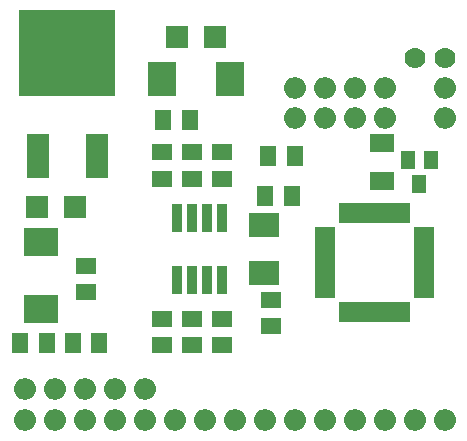
<source format=gbr>
G04 GENERATED BY PULSONIX 7.6 GERBER.DLL 5220*
%INSTM100_V2*%
%LNSOLDER MASK TOP*%
%FSLAX35Y35*%
%IPPOS*%
%LPD*%
%OFA0B0*%
%MOMM*%
%ADD92R,1.85400X1.85400*%
%ADD93R,1.75400X1.45400*%
%ADD94R,1.45400X1.75400*%
%ADD95R,1.75514X0.55372*%
%ADD96R,0.55372X1.75514*%
%ADD97R,2.95400X2.45400*%
%ADD98R,1.24460X1.57480*%
%ADD99C,1.77800*%
%ADD100R,1.85400X3.75400*%
%ADD101R,8.25400X7.25400*%
%ADD102R,2.45400X2.95400*%
%ADD103O,1.85400X1.85400*%
%ADD104O,1.85400X1.85400*%
%ADD107R,2.03200X1.52400*%
%ADD136R,0.85400X2.45400*%
%ADD255R,2.65400X2.15400*%
X0Y0D02*
D02*
D92*
X442011Y2211121D03*
X763480Y2212361D03*
X1625000Y3652119D03*
X1946469Y3653359D03*
D02*
D93*
X858240Y1490490D03*
Y1717990D03*
X1498240Y1042490D03*
Y1269990D03*
Y2450490D03*
Y2677990D03*
X1754240Y1042490D03*
Y1269990D03*
Y2450490D03*
Y2677990D03*
X2010240Y1042490D03*
Y1269990D03*
Y2450490D03*
Y2677990D03*
X2426240Y1202490D03*
Y1429990D03*
D02*
D94*
X296490Y1060240D03*
X523990D03*
X744490D03*
X971990D03*
X1512490Y2948240D03*
X1739990D03*
X2376490Y2308240D03*
X2398490Y2649240D03*
X2603990Y2308240D03*
X2625990Y2649240D03*
D02*
D95*
X2879124Y1469158D03*
Y1519196D03*
Y1569234D03*
Y1619272D03*
Y1669310D03*
Y1719348D03*
Y1769132D03*
Y1819170D03*
Y1869208D03*
Y1919246D03*
Y1969284D03*
Y2019322D03*
X3719356Y1469158D03*
Y1519196D03*
Y1569234D03*
Y1619272D03*
Y1669310D03*
Y1719348D03*
Y1769132D03*
Y1819170D03*
Y1869208D03*
Y1919246D03*
Y1969284D03*
Y2019322D03*
D02*
D96*
X3024158Y1324124D03*
Y2164356D03*
X3074196Y1324124D03*
Y2164356D03*
X3124234Y1324124D03*
Y2164356D03*
X3174272Y1324124D03*
Y2164356D03*
X3224310Y1324124D03*
Y2164356D03*
X3274348Y1324124D03*
Y2164356D03*
X3324132Y1324124D03*
Y2164356D03*
X3374170Y1324124D03*
Y2164356D03*
X3424208Y1324124D03*
Y2164356D03*
X3474246Y1324124D03*
Y2164356D03*
X3524284Y1324124D03*
Y2164356D03*
X3574322Y1324124D03*
Y2164356D03*
D02*
D97*
X474240Y1348240D03*
Y1919740D03*
D02*
D98*
X3585244Y2609764D03*
X3680240Y2406716D03*
X3775236Y2609764D03*
D02*
D99*
X3640240Y3477240D03*
X3894240D03*
D02*
D100*
X449240Y2644919D03*
X949240D03*
D02*
D101*
X693732Y3518991D03*
D02*
D102*
X1502740Y3300240D03*
X2074240D03*
D02*
D103*
X338240Y669240D03*
X592240D03*
X846240D03*
X1100240D03*
X2624240Y2969240D03*
Y3223240D03*
X2878240Y2969240D03*
Y3223240D03*
X3132240Y2969240D03*
Y3223240D03*
X3386240Y2969240D03*
Y3223240D03*
D02*
D104*
X338240Y414748D03*
X592240D03*
X846240D03*
X1100240D03*
X1354240D03*
Y669240D03*
X1608240Y414748D03*
X1862240D03*
X2116240D03*
X2370240D03*
X2624240D03*
X2878240D03*
X3132240D03*
X3386240D03*
X3640240D03*
X3894240D03*
Y2969240D03*
Y3223240D03*
D02*
D107*
X3362240Y2436240D03*
Y2756240D03*
D02*
D136*
X1627740Y1600246D03*
Y2120234D03*
X1754740Y1600246D03*
Y2120234D03*
X1881740Y1600246D03*
Y2120234D03*
X2008740Y1600246D03*
Y2120234D03*
D02*
D255*
X2362116Y1654981D03*
Y2065003D03*
X0Y0D02*
M02*

</source>
